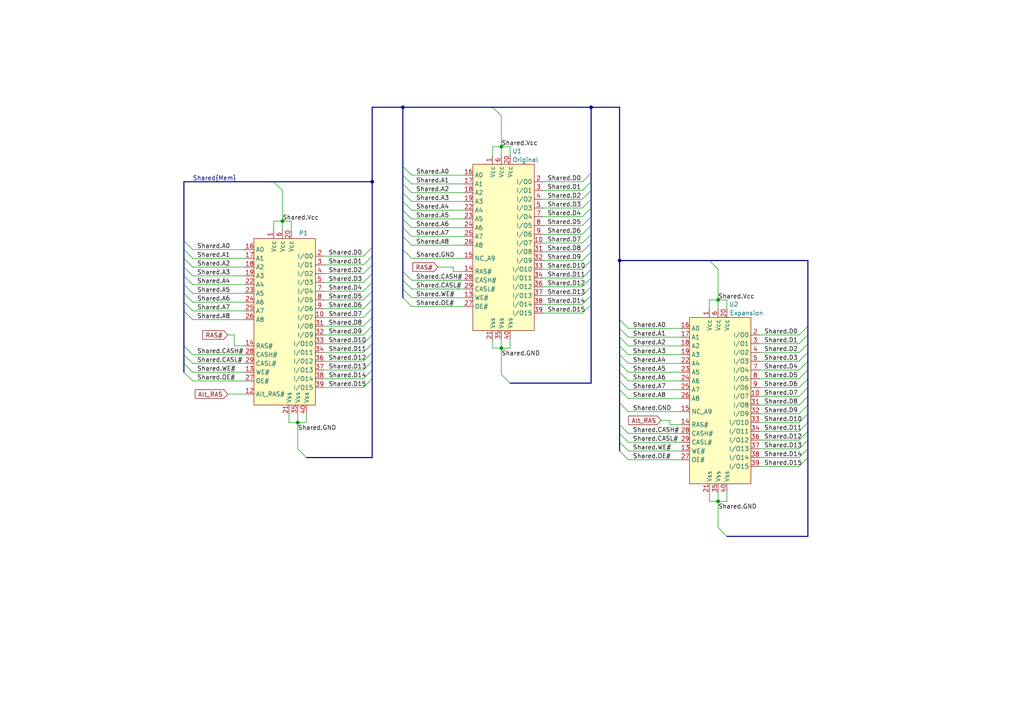
<source format=kicad_sch>
(kicad_sch (version 20230121) (generator eeschema)
  (paper "A4")
  (title_block (title "Diamond Monster 3D Expansion RAM Modules") (date "2023-09-15") (company "Jeff Chen"))
  (lib_symbols
    (symbol "Voodoo RAM Expansion:Pin Header Male 2x20"
      (property "Reference" "P" (at 15.875 6.35 0))
      (symbol "Pin Header Male 2x20_0_0"
        (pin power_out line (at 8.255 5.715 270) (length 2.54) (name "Vcc") (number "1"))
        (pin tri_state line (at 22.86 -19.685 180) (length 2.54) (name "I/O7") (number "10"))
        (pin no_connect line (at 7.62 -16.51 0) (length 2.54) hide (name "NC") (number "11"))
        (pin output line (at 0 -35.56 0) (length 2.54) (name "WE#") (number "13"))
        (pin output line (at 0 -27.94 0) (length 2.54) (name "RAS#") (number "14"))
        (pin output line (at 0 0 0) (length 2.54) (name "A0") (number "16"))
        (pin output line (at 0 -2.54 0) (length 2.54) (name "A1") (number "17"))
        (pin output line (at 0 -5.08 0) (length 2.54) (name "A2") (number "18"))
        (pin output line (at 0 -7.62 0) (length 2.54) (name "A3") (number "19"))
        (pin tri_state line (at 22.86 -1.905 180) (length 2.54) (name "I/O0") (number "2"))
        (pin power_out line (at 13.335 5.715 270) (length 2.54) (name "Vcc") (number "20"))
        (pin power_out line (at 12.7 -47.625 90) (length 2.54) (name "Vss") (number "21"))
        (pin output line (at 0 -10.16 0) (length 2.54) (name "A4") (number "22"))
        (pin output line (at 0 -12.7 0) (length 2.54) (name "A5") (number "23"))
        (pin output line (at 0 -15.24 0) (length 2.54) (name "A6") (number "24"))
        (pin output line (at 0 -17.78 0) (length 2.54) (name "A7") (number "25"))
        (pin output line (at 0 -20.32 0) (length 2.54) (name "A8") (number "26"))
        (pin output line (at 0 -38.1 0) (length 2.54) (name "OE#") (number "27"))
        (pin output line (at 0 -30.48 0) (length 2.54) (name "CASH#") (number "28"))
        (pin output line (at 0 -33.02 0) (length 2.54) (name "CASL#") (number "29"))
        (pin tri_state line (at 22.86 -4.445 180) (length 2.54) (name "I/O1") (number "3"))
        (pin no_connect line (at 7.62 -19.05 0) (length 2.54) hide (name "NC") (number "30"))
        (pin tri_state line (at 22.86 -22.225 180) (length 2.54) (name "I/O8") (number "31"))
        (pin tri_state line (at 22.86 -24.765 180) (length 2.54) (name "I/O9") (number "32"))
        (pin tri_state line (at 22.86 -27.305 180) (length 2.54) (name "I/O10") (number "33"))
        (pin tri_state line (at 22.86 -29.845 180) (length 2.54) (name "I/O11") (number "34"))
        (pin power_out line (at 15.24 -47.625 90) (length 2.54) (name "Vss") (number "35"))
        (pin tri_state line (at 22.86 -32.385 180) (length 2.54) (name "I/O12") (number "36"))
        (pin tri_state line (at 22.86 -34.925 180) (length 2.54) (name "I/O13") (number "37"))
        (pin tri_state line (at 22.86 -37.465 180) (length 2.54) (name "I/O14") (number "38"))
        (pin tri_state line (at 22.86 -40.005 180) (length 2.54) (name "I/O15") (number "39"))
        (pin tri_state line (at 22.86 -6.985 180) (length 2.54) (name "I/O2") (number "4"))
        (pin power_out line (at 17.78 -47.625 90) (length 2.54) (name "Vss") (number "40"))
        (pin tri_state line (at 22.86 -9.525 180) (length 2.54) (name "I/O3") (number "5"))
        (pin power_out line (at 10.795 5.715 270) (length 2.54) (name "Vcc") (number "6"))
        (pin tri_state line (at 22.86 -12.065 180) (length 2.54) (name "I/O4") (number "7"))
        (pin tri_state line (at 22.86 -14.605 180) (length 2.54) (name "I/O5") (number "8"))
        (pin tri_state line (at 22.86 -17.145 180) (length 2.54) (name "I/O6") (number "9"))
      )
      (symbol "Pin Header Male 2x20_1_0"
        (pin output line (at 0 -41.91 0) (length 2.54) (name "Alt_RAS#") (number "12"))
        (pin no_connect line (at 0 -24.13 0) (length 2.54) hide (name "NC_A9") (number "15"))
      )
      (symbol "Pin Header Male 2x20_1_1"
        (rectangle (start 2.54 3.175) (end 20.32 -45.085) (fill (type background)))
      )
    )
    (symbol "Voodoo RAM Expansion:SOJ40"
      (property "Reference" "U" (at 15.875 6.35 0))
      (symbol "SOJ40_0_0"
        (pin tri_state line (at 22.86 -19.685 180) (length 2.54) (name "I/O7") (number "10"))
        (pin no_connect line (at 7.62 -17.78 0) (length 2.54) hide (name "NC") (number "11"))
        (pin input line (at 0 -35.56 0) (length 2.54) (name "WE#") (number "13"))
        (pin input line (at 0 -27.94 0) (length 2.54) (name "RAS#") (number "14"))
        (pin input line (at 0 0 0) (length 2.54) (name "A0") (number "16"))
        (pin input line (at 0 -2.54 0) (length 2.54) (name "A1") (number "17"))
        (pin input line (at 0 -5.08 0) (length 2.54) (name "A2") (number "18"))
        (pin input line (at 0 -7.62 0) (length 2.54) (name "A3") (number "19"))
        (pin tri_state line (at 22.86 -1.905 180) (length 2.54) (name "I/O0") (number "2"))
        (pin input line (at 0 -10.16 0) (length 2.54) (name "A4") (number "22"))
        (pin input line (at 0 -12.7 0) (length 2.54) (name "A5") (number "23"))
        (pin input line (at 0 -15.24 0) (length 2.54) (name "A6") (number "24"))
        (pin input line (at 0 -17.78 0) (length 2.54) (name "A7") (number "25"))
        (pin input line (at 0 -20.32 0) (length 2.54) (name "A8") (number "26"))
        (pin input line (at 0 -38.1 0) (length 2.54) (name "OE#") (number "27"))
        (pin input line (at 0 -30.48 0) (length 2.54) (name "CASH#") (number "28"))
        (pin input line (at 0 -33.02 0) (length 2.54) (name "CASL#") (number "29"))
        (pin tri_state line (at 22.86 -4.445 180) (length 2.54) (name "I/O1") (number "3"))
        (pin no_connect line (at 7.62 -20.32 0) (length 2.54) hide (name "NC") (number "30"))
        (pin tri_state line (at 22.86 -22.225 180) (length 2.54) (name "I/O8") (number "31"))
        (pin tri_state line (at 22.86 -24.765 180) (length 2.54) (name "I/O9") (number "32"))
        (pin tri_state line (at 22.86 -27.305 180) (length 2.54) (name "I/O10") (number "33"))
        (pin tri_state line (at 22.86 -29.845 180) (length 2.54) (name "I/O11") (number "34"))
        (pin tri_state line (at 22.86 -32.385 180) (length 2.54) (name "I/O12") (number "36"))
        (pin tri_state line (at 22.86 -34.925 180) (length 2.54) (name "I/O13") (number "37"))
        (pin tri_state line (at 22.86 -37.465 180) (length 2.54) (name "I/O14") (number "38"))
        (pin tri_state line (at 22.86 -40.005 180) (length 2.54) (name "I/O15") (number "39"))
        (pin tri_state line (at 22.86 -6.985 180) (length 2.54) (name "I/O2") (number "4"))
        (pin tri_state line (at 22.86 -9.525 180) (length 2.54) (name "I/O3") (number "5"))
        (pin tri_state line (at 22.86 -12.065 180) (length 2.54) (name "I/O4") (number "7"))
        (pin tri_state line (at 22.86 -14.605 180) (length 2.54) (name "I/O5") (number "8"))
        (pin tri_state line (at 22.86 -17.145 180) (length 2.54) (name "I/O6") (number "9"))
      )
      (symbol "SOJ40_1_0"
        (pin power_in line (at 8.255 5.715 270) (length 2.54) (name "Vcc") (number "1"))
        (pin no_connect line (at 0 -41.91 0) (length 2.54) hide (name "NC") (number "12"))
        (pin input line (at 0 -24.13 0) (length 2.54) (name "NC_A9") (number "15"))
        (pin power_in line (at 13.335 5.715 270) (length 2.54) (name "Vcc") (number "20"))
        (pin power_in line (at 8.255 -47.625 90) (length 2.54) (name "Vss") (number "21"))
        (pin power_in line (at 10.795 -47.625 90) (length 2.54) (name "Vss") (number "35"))
        (pin power_in line (at 13.335 -47.625 90) (length 2.54) (name "Vss") (number "40"))
        (pin power_in line (at 10.795 5.715 270) (length 2.54) (name "Vcc") (number "6"))
      )
      (symbol "SOJ40_1_1"
        (rectangle (start 2.54 3.175) (end 20.32 -45.085) (fill (type background)))
      )
    )
  )
  (bus_alias "Mem" (members "A[0..8]" "D[0..15]" "CASH#" "CASL#" "WE#" "OE#" "Vcc" "GND"))
  (junction (at 179.705 75.565))
  (junction (at 208.28 86.995))
  (junction (at 145.415 100.965))
  (junction (at 86.36 122.555))
  (junction (at 81.915 64.135))
  (junction (at 116.84 31.115))
  (junction (at 145.415 42.545))
  (junction (at 107.95 52.705))
  (junction (at 208.28 145.415))
  (junction (at 171.45 31.115))
  (bus_entry (at 107.95 79.375) (size -2.54 2.54))
  (bus_entry (at 179.705 116.84) (size 2.54 2.54))
  (bus_entry (at 116.84 66.04) (size 2.54 2.54))
  (bus_entry (at 171.45 65.405) (size -2.54 2.54))
  (bus_entry (at 171.45 73.025) (size -2.54 2.54))
  (bus_entry (at 234.315 114.935) (size -2.54 2.54))
  (bus_entry (at 179.705 125.73) (size 2.54 2.54))
  (bus_entry (at 179.705 100.33) (size 2.54 2.54))
  (bus_entry (at 171.45 52.705) (size -2.54 2.54))
  (bus_entry (at 234.315 94.615) (size -2.54 2.54))
  (bus_entry (at 171.45 50.165) (size -2.54 2.54))
  (bus_entry (at 116.84 83.82) (size 2.54 2.54))
  (bus_entry (at 142.875 31.115) (size 2.54 2.54))
  (bus_entry (at 107.95 104.775) (size -2.54 2.54))
  (bus_entry (at 179.705 102.87) (size 2.54 2.54))
  (bus_entry (at 107.95 74.295) (size -2.54 2.54))
  (bus_entry (at 116.84 58.42) (size 2.54 2.54))
  (bus_entry (at 107.95 76.835) (size -2.54 2.54))
  (bus_entry (at 116.84 50.8) (size 2.54 2.54))
  (bus_entry (at 234.315 104.775) (size -2.54 2.54))
  (bus_entry (at 234.315 112.395) (size -2.54 2.54))
  (bus_entry (at 147.955 111.125) (size -2.54 -2.54))
  (bus_entry (at 234.315 122.555) (size -2.54 2.54))
  (bus_entry (at 179.705 95.25) (size 2.54 2.54))
  (bus_entry (at 107.95 107.315) (size -2.54 2.54))
  (bus_entry (at 107.95 102.235) (size -2.54 2.54))
  (bus_entry (at 53.34 85.09) (size 2.54 2.54))
  (bus_entry (at 53.34 100.33) (size 2.54 2.54))
  (bus_entry (at 171.45 60.325) (size -2.54 2.54))
  (bus_entry (at 171.45 70.485) (size -2.54 2.54))
  (bus_entry (at 116.84 78.74) (size 2.54 2.54))
  (bus_entry (at 116.84 81.28) (size 2.54 2.54))
  (bus_entry (at 107.95 81.915) (size -2.54 2.54))
  (bus_entry (at 53.34 90.17) (size 2.54 2.54))
  (bus_entry (at 179.705 105.41) (size 2.54 2.54))
  (bus_entry (at 234.315 109.855) (size -2.54 2.54))
  (bus_entry (at 107.95 94.615) (size -2.54 2.54))
  (bus_entry (at 179.705 110.49) (size 2.54 2.54))
  (bus_entry (at 107.95 99.695) (size -2.54 2.54))
  (bus_entry (at 171.45 83.185) (size -2.54 2.54))
  (bus_entry (at 234.315 125.095) (size -2.54 2.54))
  (bus_entry (at 116.84 63.5) (size 2.54 2.54))
  (bus_entry (at 53.34 72.39) (size 2.54 2.54))
  (bus_entry (at 53.34 107.95) (size 2.54 2.54))
  (bus_entry (at 107.95 89.535) (size -2.54 2.54))
  (bus_entry (at 53.34 77.47) (size 2.54 2.54))
  (bus_entry (at 234.315 102.235) (size -2.54 2.54))
  (bus_entry (at 234.315 130.175) (size -2.54 2.54))
  (bus_entry (at 53.34 69.85) (size 2.54 2.54))
  (bus_entry (at 107.95 84.455) (size -2.54 2.54))
  (bus_entry (at 53.34 80.01) (size 2.54 2.54))
  (bus_entry (at 53.34 82.55) (size 2.54 2.54))
  (bus_entry (at 171.45 78.105) (size -2.54 2.54))
  (bus_entry (at 116.84 55.88) (size 2.54 2.54))
  (bus_entry (at 107.95 97.155) (size -2.54 2.54))
  (bus_entry (at 171.45 57.785) (size -2.54 2.54))
  (bus_entry (at 234.315 132.715) (size -2.54 2.54))
  (bus_entry (at 179.705 128.27) (size 2.54 2.54))
  (bus_entry (at 179.705 130.81) (size 2.54 2.54))
  (bus_entry (at 116.84 68.58) (size 2.54 2.54))
  (bus_entry (at 171.45 67.945) (size -2.54 2.54))
  (bus_entry (at 53.34 102.87) (size 2.54 2.54))
  (bus_entry (at 179.705 123.19) (size 2.54 2.54))
  (bus_entry (at 234.315 99.695) (size -2.54 2.54))
  (bus_entry (at 234.315 97.155) (size -2.54 2.54))
  (bus_entry (at 107.95 109.855) (size -2.54 2.54))
  (bus_entry (at 116.84 60.96) (size 2.54 2.54))
  (bus_entry (at 171.45 80.645) (size -2.54 2.54))
  (bus_entry (at 53.34 74.93) (size 2.54 2.54))
  (bus_entry (at 116.84 86.36) (size 2.54 2.54))
  (bus_entry (at 107.95 86.995) (size -2.54 2.54))
  (bus_entry (at 179.705 113.03) (size 2.54 2.54))
  (bus_entry (at 116.84 53.34) (size 2.54 2.54))
  (bus_entry (at 107.95 92.075) (size -2.54 2.54))
  (bus_entry (at 179.705 92.71) (size 2.54 2.54))
  (bus_entry (at 171.45 55.245) (size -2.54 2.54))
  (bus_entry (at 234.315 127.635) (size -2.54 2.54))
  (bus_entry (at 53.34 105.41) (size 2.54 2.54))
  (bus_entry (at 234.315 117.475) (size -2.54 2.54))
  (bus_entry (at 171.45 85.725) (size -2.54 2.54))
  (bus_entry (at 116.84 72.39) (size 2.54 2.54))
  (bus_entry (at 171.45 62.865) (size -2.54 2.54))
  (bus_entry (at 171.45 88.265) (size -2.54 2.54))
  (bus_entry (at 79.375 52.705) (size 2.54 2.54))
  (bus_entry (at 179.705 107.95) (size 2.54 2.54))
  (bus_entry (at 205.74 75.565) (size 2.54 2.54))
  (bus_entry (at 179.705 97.79) (size 2.54 2.54))
  (bus_entry (at 116.84 48.26) (size 2.54 2.54))
  (bus_entry (at 53.34 87.63) (size 2.54 2.54))
  (bus_entry (at 171.45 75.565) (size -2.54 2.54))
  (bus_entry (at 234.315 107.315) (size -2.54 2.54))
  (bus_entry (at 210.82 155.575) (size -2.54 -2.54))
  (bus_entry (at 88.9 132.715) (size -2.54 -2.54))
  (bus_entry (at 107.95 71.755) (size -2.54 2.54))
  (bus_entry (at 234.315 120.015) (size -2.54 2.54))
  (bus (pts (xy 179.705 75.565) (xy 179.705 92.71)))
  (wire (pts (xy 86.36 120.015) (xy 86.36 122.555)))
  (wire (pts (xy 134.62 78.74) (xy 131.445 78.74)))
  (wire (pts (xy 81.915 64.135) (xy 84.455 64.135)))
  (wire (pts (xy 208.28 145.415) (xy 210.82 145.415)))
  (bus (pts (xy 147.955 111.125) (xy 171.45 111.125)))
  (bus (pts (xy 171.45 60.325) (xy 171.45 62.865)))
  (wire (pts (xy 208.28 142.875) (xy 208.28 145.415)))
  (wire (pts (xy 145.415 100.965) (xy 147.955 100.965)))
  (wire (pts (xy 93.98 81.915) (xy 105.41 81.915)))
  (wire (pts (xy 210.82 145.415) (xy 210.82 142.875)))
  (bus (pts (xy 53.34 100.33) (xy 53.34 90.17)))
  (wire (pts (xy 220.345 132.715) (xy 231.775 132.715)))
  (bus (pts (xy 53.34 107.95) (xy 53.34 105.41)))
  (wire (pts (xy 93.98 99.695) (xy 105.41 99.695)))
  (bus (pts (xy 107.95 31.115) (xy 116.84 31.115)))
  (bus (pts (xy 234.315 132.715) (xy 234.315 155.575)))
  (wire (pts (xy 145.415 33.655) (xy 145.415 42.545)))
  (wire (pts (xy 66.04 114.3) (xy 71.12 114.3)))
  (wire (pts (xy 93.98 102.235) (xy 105.41 102.235)))
  (wire (pts (xy 84.455 64.135) (xy 84.455 66.675)))
  (wire (pts (xy 220.345 104.775) (xy 231.775 104.775)))
  (bus (pts (xy 179.705 125.73) (xy 179.705 123.19)))
  (bus (pts (xy 234.315 107.315) (xy 234.315 109.855)))
  (bus (pts (xy 53.34 82.55) (xy 53.34 80.01)))
  (wire (pts (xy 55.88 110.49) (xy 71.12 110.49)))
  (wire (pts (xy 88.9 122.555) (xy 88.9 120.015)))
  (bus (pts (xy 171.45 62.865) (xy 171.45 65.405)))
  (wire (pts (xy 157.48 52.705) (xy 168.91 52.705)))
  (bus (pts (xy 116.84 72.39) (xy 116.84 68.58)))
  (bus (pts (xy 171.45 70.485) (xy 171.45 73.025)))
  (bus (pts (xy 179.705 116.84) (xy 179.705 113.03)))
  (bus (pts (xy 116.84 58.42) (xy 116.84 55.88)))
  (wire (pts (xy 131.445 78.74) (xy 131.445 77.47)))
  (bus (pts (xy 88.9 132.715) (xy 107.95 132.715)))
  (bus (pts (xy 234.315 94.615) (xy 234.315 97.155)))
  (wire (pts (xy 208.28 86.995) (xy 208.28 89.535)))
  (wire (pts (xy 182.245 128.27) (xy 197.485 128.27)))
  (bus (pts (xy 179.705 102.87) (xy 179.705 100.33)))
  (wire (pts (xy 220.345 102.235) (xy 231.775 102.235)))
  (bus (pts (xy 234.315 102.235) (xy 234.315 104.775)))
  (bus (pts (xy 53.34 74.93) (xy 53.34 72.39)))
  (wire (pts (xy 210.82 86.995) (xy 210.82 89.535)))
  (bus (pts (xy 116.84 63.5) (xy 116.84 60.96)))
  (wire (pts (xy 208.28 153.035) (xy 208.28 145.415)))
  (wire (pts (xy 55.88 74.93) (xy 71.12 74.93)))
  (wire (pts (xy 157.48 73.025) (xy 168.91 73.025)))
  (bus (pts (xy 107.95 86.995) (xy 107.95 89.535)))
  (bus (pts (xy 107.95 74.295) (xy 107.95 76.835)))
  (bus (pts (xy 171.45 78.105) (xy 171.45 80.645)))
  (wire (pts (xy 93.98 109.855) (xy 105.41 109.855)))
  (bus (pts (xy 234.315 122.555) (xy 234.315 125.095)))
  (wire (pts (xy 157.48 75.565) (xy 168.91 75.565)))
  (wire (pts (xy 55.88 82.55) (xy 71.12 82.55)))
  (wire (pts (xy 205.74 142.875) (xy 205.74 145.415)))
  (wire (pts (xy 147.955 42.545) (xy 147.955 45.085)))
  (wire (pts (xy 220.345 130.175) (xy 231.775 130.175)))
  (wire (pts (xy 182.245 113.03) (xy 197.485 113.03)))
  (bus (pts (xy 234.315 104.775) (xy 234.315 107.315)))
  (bus (pts (xy 107.95 71.755) (xy 107.95 74.295)))
  (bus (pts (xy 116.84 60.96) (xy 116.84 58.42)))
  (wire (pts (xy 157.48 60.325) (xy 168.91 60.325)))
  (wire (pts (xy 142.875 98.425) (xy 142.875 100.965)))
  (bus (pts (xy 234.315 109.855) (xy 234.315 112.395)))
  (bus (pts (xy 107.95 104.775) (xy 107.95 107.315)))
  (bus (pts (xy 107.95 81.915) (xy 107.95 84.455)))
  (wire (pts (xy 157.48 55.245) (xy 168.91 55.245)))
  (wire (pts (xy 220.345 109.855) (xy 231.775 109.855)))
  (wire (pts (xy 86.36 130.175) (xy 86.36 122.555)))
  (wire (pts (xy 220.345 117.475) (xy 231.775 117.475)))
  (wire (pts (xy 119.38 86.36) (xy 134.62 86.36)))
  (bus (pts (xy 53.34 85.09) (xy 53.34 82.55)))
  (wire (pts (xy 182.245 105.41) (xy 197.485 105.41)))
  (bus (pts (xy 116.84 31.115) (xy 116.84 48.26)))
  (bus (pts (xy 79.375 52.705) (xy 107.95 52.705)))
  (wire (pts (xy 119.38 74.93) (xy 134.62 74.93)))
  (bus (pts (xy 116.84 50.8) (xy 116.84 48.26)))
  (bus (pts (xy 107.95 92.075) (xy 107.95 94.615)))
  (bus (pts (xy 116.84 81.28) (xy 116.84 78.74)))
  (wire (pts (xy 208.28 78.105) (xy 208.28 86.995)))
  (wire (pts (xy 208.28 86.995) (xy 210.82 86.995)))
  (bus (pts (xy 107.95 89.535) (xy 107.95 92.075)))
  (wire (pts (xy 119.38 53.34) (xy 134.62 53.34)))
  (wire (pts (xy 220.345 127.635) (xy 231.775 127.635)))
  (wire (pts (xy 145.415 98.425) (xy 145.415 100.965)))
  (bus (pts (xy 210.82 155.575) (xy 234.315 155.575)))
  (bus (pts (xy 171.45 55.245) (xy 171.45 57.785)))
  (wire (pts (xy 83.82 120.015) (xy 83.82 122.555)))
  (bus (pts (xy 234.315 97.155) (xy 234.315 99.695)))
  (wire (pts (xy 220.345 114.935) (xy 231.775 114.935)))
  (wire (pts (xy 157.48 57.785) (xy 168.91 57.785)))
  (wire (pts (xy 220.345 135.255) (xy 231.775 135.255)))
  (wire (pts (xy 119.38 66.04) (xy 134.62 66.04)))
  (wire (pts (xy 93.98 79.375) (xy 105.41 79.375)))
  (bus (pts (xy 107.95 99.695) (xy 107.95 102.235)))
  (wire (pts (xy 157.48 90.805) (xy 168.91 90.805)))
  (bus (pts (xy 116.84 68.58) (xy 116.84 66.04)))
  (wire (pts (xy 55.88 92.71) (xy 71.12 92.71)))
  (wire (pts (xy 142.875 100.965) (xy 145.415 100.965)))
  (wire (pts (xy 55.88 72.39) (xy 71.12 72.39)))
  (bus (pts (xy 107.95 107.315) (xy 107.95 109.855)))
  (bus (pts (xy 171.45 73.025) (xy 171.45 75.565)))
  (bus (pts (xy 234.315 120.015) (xy 234.315 122.555)))
  (wire (pts (xy 182.245 110.49) (xy 197.485 110.49)))
  (bus (pts (xy 53.34 52.705) (xy 53.34 69.85)))
  (bus (pts (xy 179.705 107.95) (xy 179.705 105.41)))
  (bus (pts (xy 179.705 95.25) (xy 179.705 92.71)))
  (wire (pts (xy 142.875 45.085) (xy 142.875 42.545)))
  (wire (pts (xy 205.74 89.535) (xy 205.74 86.995)))
  (wire (pts (xy 119.38 60.96) (xy 134.62 60.96)))
  (bus (pts (xy 171.45 65.405) (xy 171.45 67.945)))
  (bus (pts (xy 171.45 75.565) (xy 171.45 78.105)))
  (wire (pts (xy 83.82 122.555) (xy 86.36 122.555)))
  (bus (pts (xy 234.315 99.695) (xy 234.315 102.235)))
  (wire (pts (xy 145.415 108.585) (xy 145.415 100.965)))
  (bus (pts (xy 53.34 52.705) (xy 79.375 52.705)))
  (bus (pts (xy 171.45 85.725) (xy 171.45 88.265)))
  (wire (pts (xy 79.375 64.135) (xy 81.915 64.135)))
  (wire (pts (xy 191.77 121.92) (xy 194.31 121.92)))
  (wire (pts (xy 157.48 67.945) (xy 168.91 67.945)))
  (wire (pts (xy 55.88 77.47) (xy 71.12 77.47)))
  (wire (pts (xy 147.955 100.965) (xy 147.955 98.425)))
  (bus (pts (xy 171.45 52.705) (xy 171.45 55.245)))
  (bus (pts (xy 234.315 75.565) (xy 234.315 94.615)))
  (bus (pts (xy 234.315 125.095) (xy 234.315 127.635)))
  (wire (pts (xy 93.98 74.295) (xy 105.41 74.295)))
  (bus (pts (xy 179.705 75.565) (xy 205.74 75.565)))
  (wire (pts (xy 127 77.47) (xy 131.445 77.47)))
  (wire (pts (xy 55.88 102.87) (xy 71.12 102.87)))
  (wire (pts (xy 157.48 70.485) (xy 168.91 70.485)))
  (wire (pts (xy 55.88 90.17) (xy 71.12 90.17)))
  (bus (pts (xy 53.34 102.87) (xy 53.34 100.33)))
  (wire (pts (xy 197.485 123.19) (xy 194.31 123.19)))
  (wire (pts (xy 182.245 130.81) (xy 197.485 130.81)))
  (bus (pts (xy 107.95 84.455) (xy 107.95 86.995)))
  (wire (pts (xy 119.38 81.28) (xy 134.62 81.28)))
  (bus (pts (xy 179.705 110.49) (xy 179.705 107.95)))
  (bus (pts (xy 234.315 127.635) (xy 234.315 130.175)))
  (wire (pts (xy 182.245 107.95) (xy 197.485 107.95)))
  (wire (pts (xy 55.88 80.01) (xy 71.12 80.01)))
  (bus (pts (xy 107.95 102.235) (xy 107.95 104.775)))
  (bus (pts (xy 179.705 113.03) (xy 179.705 110.49)))
  (bus (pts (xy 107.95 94.615) (xy 107.95 97.155)))
  (wire (pts (xy 182.245 97.79) (xy 197.485 97.79)))
  (bus (pts (xy 179.705 130.81) (xy 179.705 128.27)))
  (bus (pts (xy 171.45 57.785) (xy 171.45 60.325)))
  (wire (pts (xy 194.31 123.19) (xy 194.31 121.92)))
  (bus (pts (xy 179.705 97.79) (xy 179.705 95.25)))
  (bus (pts (xy 116.84 31.115) (xy 142.875 31.115)))
  (bus (pts (xy 107.95 52.705) (xy 107.95 71.755)))
  (wire (pts (xy 66.04 97.155) (xy 67.945 97.155)))
  (wire (pts (xy 220.345 112.395) (xy 231.775 112.395)))
  (bus (pts (xy 116.84 53.34) (xy 116.84 50.8)))
  (wire (pts (xy 157.48 78.105) (xy 168.91 78.105)))
  (wire (pts (xy 79.375 66.675) (xy 79.375 64.135)))
  (wire (pts (xy 93.98 97.155) (xy 105.41 97.155)))
  (wire (pts (xy 55.88 107.95) (xy 71.12 107.95)))
  (bus (pts (xy 107.95 79.375) (xy 107.95 81.915)))
  (wire (pts (xy 182.245 100.33) (xy 197.485 100.33)))
  (bus (pts (xy 53.34 80.01) (xy 53.34 77.47)))
  (wire (pts (xy 119.38 55.88) (xy 134.62 55.88)))
  (wire (pts (xy 157.48 83.185) (xy 168.91 83.185)))
  (bus (pts (xy 179.705 100.33) (xy 179.705 97.79)))
  (wire (pts (xy 67.945 100.33) (xy 67.945 97.155)))
  (bus (pts (xy 171.45 31.115) (xy 179.705 31.115)))
  (wire (pts (xy 182.245 119.38) (xy 197.485 119.38)))
  (bus (pts (xy 205.74 75.565) (xy 234.315 75.565)))
  (wire (pts (xy 119.38 71.12) (xy 134.62 71.12)))
  (wire (pts (xy 205.74 86.995) (xy 208.28 86.995)))
  (wire (pts (xy 119.38 63.5) (xy 134.62 63.5)))
  (wire (pts (xy 81.915 64.135) (xy 81.915 66.675)))
  (wire (pts (xy 182.245 125.73) (xy 197.485 125.73)))
  (bus (pts (xy 234.315 130.175) (xy 234.315 132.715)))
  (wire (pts (xy 93.98 92.075) (xy 105.41 92.075)))
  (bus (pts (xy 179.705 128.27) (xy 179.705 125.73)))
  (bus (pts (xy 116.84 66.04) (xy 116.84 63.5)))
  (wire (pts (xy 119.38 58.42) (xy 134.62 58.42)))
  (bus (pts (xy 234.315 114.935) (xy 234.315 117.475)))
  (wire (pts (xy 55.88 87.63) (xy 71.12 87.63)))
  (bus (pts (xy 171.45 88.265) (xy 171.45 111.125)))
  (bus (pts (xy 53.34 72.39) (xy 53.34 69.85)))
  (bus (pts (xy 53.34 87.63) (xy 53.34 85.09)))
  (bus (pts (xy 171.45 67.945) (xy 171.45 70.485)))
  (wire (pts (xy 157.48 85.725) (xy 168.91 85.725)))
  (wire (pts (xy 142.875 42.545) (xy 145.415 42.545)))
  (wire (pts (xy 93.98 107.315) (xy 105.41 107.315)))
  (bus (pts (xy 116.84 78.74) (xy 116.84 72.39)))
  (wire (pts (xy 55.88 85.09) (xy 71.12 85.09)))
  (wire (pts (xy 86.36 122.555) (xy 88.9 122.555)))
  (bus (pts (xy 107.95 109.855) (xy 107.95 132.715)))
  (wire (pts (xy 119.38 88.9) (xy 134.62 88.9)))
  (wire (pts (xy 119.38 68.58) (xy 134.62 68.58)))
  (wire (pts (xy 182.245 115.57) (xy 197.485 115.57)))
  (wire (pts (xy 119.38 50.8) (xy 134.62 50.8)))
  (wire (pts (xy 205.74 145.415) (xy 208.28 145.415)))
  (wire (pts (xy 119.38 83.82) (xy 134.62 83.82)))
  (wire (pts (xy 55.88 105.41) (xy 71.12 105.41)))
  (wire (pts (xy 157.48 88.265) (xy 168.91 88.265)))
  (wire (pts (xy 93.98 76.835) (xy 105.41 76.835)))
  (wire (pts (xy 145.415 42.545) (xy 147.955 42.545)))
  (wire (pts (xy 93.98 84.455) (xy 105.41 84.455)))
  (wire (pts (xy 71.12 100.33) (xy 67.945 100.33)))
  (bus (pts (xy 53.34 105.41) (xy 53.34 102.87)))
  (wire (pts (xy 220.345 99.695) (xy 231.775 99.695)))
  (bus (pts (xy 179.705 105.41) (xy 179.705 102.87)))
  (bus (pts (xy 171.45 31.115) (xy 171.45 50.165)))
  (bus (pts (xy 116.84 55.88) (xy 116.84 53.34)))
  (bus (pts (xy 116.84 83.82) (xy 116.84 81.28)))
  (bus (pts (xy 234.315 117.475) (xy 234.315 120.015)))
  (wire (pts (xy 93.98 112.395) (xy 105.41 112.395)))
  (bus (pts (xy 171.45 50.165) (xy 171.45 52.705)))
  (wire (pts (xy 220.345 120.015) (xy 231.775 120.015)))
  (bus (pts (xy 171.45 83.185) (xy 171.45 85.725)))
  (wire (pts (xy 182.245 95.25) (xy 197.485 95.25)))
  (bus (pts (xy 107.95 52.705) (xy 107.95 31.115)))
  (bus (pts (xy 234.315 112.395) (xy 234.315 114.935)))
  (wire (pts (xy 157.48 65.405) (xy 168.91 65.405)))
  (bus (pts (xy 179.705 31.115) (xy 179.705 75.565)))
  (wire (pts (xy 157.48 80.645) (xy 168.91 80.645)))
  (wire (pts (xy 93.98 94.615) (xy 105.41 94.615)))
  (wire (pts (xy 220.345 97.155) (xy 231.775 97.155)))
  (wire (pts (xy 157.48 62.865) (xy 168.91 62.865)))
  (wire (pts (xy 145.415 42.545) (xy 145.415 45.085)))
  (bus (pts (xy 53.34 90.17) (xy 53.34 87.63)))
  (wire (pts (xy 220.345 125.095) (xy 231.775 125.095)))
  (bus (pts (xy 179.705 123.19) (xy 179.705 116.84)))
  (wire (pts (xy 220.345 107.315) (xy 231.775 107.315)))
  (bus (pts (xy 107.95 76.835) (xy 107.95 79.375)))
  (bus (pts (xy 116.84 86.36) (xy 116.84 83.82)))
  (wire (pts (xy 182.245 133.35) (xy 197.485 133.35)))
  (bus (pts (xy 53.34 77.47) (xy 53.34 74.93)))
  (wire (pts (xy 182.245 102.87) (xy 197.485 102.87)))
  (bus (pts (xy 142.875 31.115) (xy 171.45 31.115)))
  (bus (pts (xy 107.95 97.155) (xy 107.95 99.695)))
  (wire (pts (xy 93.98 89.535) (xy 105.41 89.535)))
  (wire (pts (xy 93.98 86.995) (xy 105.41 86.995)))
  (bus (pts (xy 171.45 80.645) (xy 171.45 83.185)))
  (wire (pts (xy 220.345 122.555) (xy 231.775 122.555)))
  (wire (pts (xy 81.915 55.245) (xy 81.915 64.135)))
  (wire (pts (xy 93.98 104.775) (xy 105.41 104.775)))
  (label "Shared.D0" (at 95.25 74.295 0))
  (label "Shared.D0" (at 158.75 52.705 0))
  (label "Shared.D11" (at 158.75 80.645 0))
  (label "Shared.D0" (at 221.615 97.155 0))
  (label "Shared.CASH#" (at 183.515 125.73 0))
  (label "Shared.D5" (at 221.615 109.855 0))
  (label "Shared.A1" (at 57.15 74.93 0))
  (label "Shared.A1" (at 183.515 97.79 0))
  (label "Shared.A8" (at 57.15 92.71 0))
  (label "Shared.GND" (at 145.415 103.505 0))
  (label "Shared.D12" (at 95.25 104.775 0))
  (label "Shared.A6" (at 183.515 110.49 0))
  (label "Shared.D7" (at 221.615 114.935 0))
  (label "Shared.WE#" (at 57.15 107.95 0))
  (label "Shared.D5" (at 95.25 86.995 0))
  (label "Shared.D15" (at 221.615 135.255 0))
  (label "Shared.A3" (at 183.515 102.87 0))
  (label "Shared.CASH#" (at 57.15 102.87 0))
  (label "Shared.A7" (at 183.515 113.03 0))
  (label "Shared.Vcc" (at 145.415 42.545 0))
  (label "Shared.D10" (at 221.615 122.555 0))
  (label "Shared.D3" (at 95.25 81.915 0))
  (label "Shared.D11" (at 95.25 102.235 0))
  (label "Shared.A3" (at 57.15 80.01 0))
  (label "Shared.CASL#" (at 57.15 105.41 0))
  (label "Shared.A0" (at 57.15 72.39 0))
  (label "Shared.WE#" (at 183.515 130.81 0))
  (label "Shared.D7" (at 95.25 92.075 0))
  (label "Shared.D14" (at 95.25 109.855 0))
  (label "Shared.D2" (at 95.25 79.375 0))
  (label "Shared.D6" (at 95.25 89.535 0))
  (label "Shared.D6" (at 221.615 112.395 0))
  (label "Shared.A7" (at 57.15 90.17 0))
  (label "Shared.OE#" (at 120.65 88.9 0))
  (label "Shared.A3" (at 120.65 58.42 0))
  (label "Shared.A0" (at 120.65 50.8 0))
  (label "Shared.GND" (at 208.28 147.955 0))
  (label "Shared.D6" (at 158.75 67.945 0))
  (label "Shared.D15" (at 95.25 112.395 0))
  (label "Shared.A5" (at 57.15 85.09 0))
  (label "Shared.Vcc" (at 208.28 86.995 0))
  (label "Shared.D1" (at 95.25 76.835 0))
  (label "Shared.WE#" (at 120.65 86.36 0))
  (label "Shared.A8" (at 183.515 115.57 0))
  (label "Shared.A2" (at 57.15 77.47 0))
  (label "Shared.CASH#" (at 120.65 81.28 0))
  (label "Shared.D11" (at 221.615 125.095 0))
  (label "Shared.D15" (at 158.75 90.805 0))
  (label "Shared.D8" (at 158.75 73.025 0))
  (label "Shared.A0" (at 183.515 95.25 0))
  (label "Shared.D14" (at 221.615 132.715 0))
  (label "Shared.Vcc" (at 81.915 64.135 0))
  (label "Shared.OE#" (at 57.15 110.49 0))
  (label "Shared.D3" (at 221.615 104.775 0))
  (label "Shared.A4" (at 57.15 82.55 0))
  (label "Shared.D4" (at 95.25 84.455 0))
  (label "Shared.A1" (at 120.65 53.34 0))
  (label "Shared.D9" (at 95.25 97.155 0))
  (label "Shared.CASL#" (at 120.65 83.82 0))
  (label "Shared.A5" (at 183.515 107.95 0))
  (label "Shared{Mem}" (at 55.88 52.705 0))
  (label "Shared.D4" (at 158.75 62.865 0))
  (label "Shared.A4" (at 120.65 60.96 0))
  (label "Shared.A7" (at 120.65 68.58 0))
  (label "Shared.A4" (at 183.515 105.41 0))
  (label "Shared.GND" (at 183.515 119.38 0))
  (label "Shared.D12" (at 221.615 127.635 0))
  (label "Shared.CASL#" (at 183.515 128.27 0))
  (label "Shared.D2" (at 221.615 102.235 0))
  (label "Shared.D7" (at 158.75 70.485 0))
  (label "Shared.D8" (at 221.615 117.475 0))
  (label "Shared.D4" (at 221.615 107.315 0))
  (label "Shared.A6" (at 120.65 66.04 0))
  (label "Shared.D10" (at 95.25 99.695 0))
  (label "Shared.D13" (at 158.75 85.725 0))
  (label "Shared.A8" (at 120.65 71.12 0))
  (label "Shared.GND" (at 120.65 74.93 0))
  (label "Shared.D13" (at 221.615 130.175 0))
  (label "Shared.D1" (at 158.75 55.245 0))
  (label "Shared.D9" (at 221.615 120.015 0))
  (label "Shared.A2" (at 183.515 100.33 0))
  (label "Shared.D2" (at 158.75 57.785 0))
  (label "Shared.A2" (at 120.65 55.88 0))
  (label "Shared.D3" (at 158.75 60.325 0))
  (label "Shared.D13" (at 95.25 107.315 0))
  (label "Shared.D5" (at 158.75 65.405 0))
  (label "Shared.D9" (at 158.75 75.565 0))
  (label "Shared.OE#" (at 183.515 133.35 0))
  (label "Shared.GND" (at 86.36 125.095 0))
  (label "Shared.D12" (at 158.75 83.185 0))
  (label "Shared.A6" (at 57.15 87.63 0))
  (label "Shared.D8" (at 95.25 94.615 0))
  (label "Shared.A5" (at 120.65 63.5 0))
  (label "Shared.D10" (at 158.75 78.105 0))
  (label "Shared.D14" (at 158.75 88.265 0))
  (label "Shared.D1" (at 221.615 99.695 0))
  (global_label "Alt_RAS" (shape input) (at 191.77 121.92 180) (property "Intersheetrefs" "${INTERSHEET_REFS}" (effects hide)))
  (global_label "Alt_RAS" (shape input) (at 66.04 114.3 180) (property "Intersheetrefs" "${INTERSHEET_REFS}" (effects hide)))
  (global_label "RAS#" (shape input) (at 66.04 97.155 180) (property "Intersheetrefs" "${INTERSHEET_REFS}" (effects hide)))
  (global_label "RAS#" (shape input) (at 127 77.47 180) (property "Intersheetrefs" "${INTERSHEET_REFS}" (effects hide)))
  (symbol (lib_id "Voodoo RAM Expansion:Pin Header Male 2x20") (at 71.12 72.39 0) (unit 1)
    (property "Reference" "P1" (at 86.6491 67.6219 0) (effects (justify left)))
    (property "Value" "~" (at 71.12 72.39 0))
    (property "Footprint" "Voodoo RAM Expansion:Pin Header Male 2x20 THT" (effects hide))
  )
  (symbol (lib_id "Voodoo RAM Expansion:SOJ40") (at 197.485 95.25 0) (unit 1)
    (property "Reference" "U2" (at 211.455 88.265 0) (effects (justify left)))
    (property "Value" "Expansion" (at 216.535 90.805 0))
    (property "Footprint" "Voodoo RAM Expansion:SOJ40" (effects hide))
  )
  (symbol (lib_id "Voodoo RAM Expansion:SOJ40") (at 134.62 50.8 0) (unit 1)
    (property "Reference" "U1" (at 148.59 43.815 0) (effects (justify left)))
    (property "Value" "Original" (at 152.4 46.355 0))
    (property "Footprint" "Voodoo RAM Expansion:SOJ40" (effects hide))
  )
)
</source>
